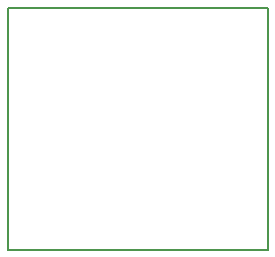
<source format=gbr>
%TF.GenerationSoftware,KiCad,Pcbnew,(6.0.6-0)*%
%TF.CreationDate,2022-08-17T23:57:47-07:00*%
%TF.ProjectId,invensense_icm,696e7665-6e73-4656-9e73-655f69636d2e,rev?*%
%TF.SameCoordinates,Original*%
%TF.FileFunction,Profile,NP*%
%FSLAX46Y46*%
G04 Gerber Fmt 4.6, Leading zero omitted, Abs format (unit mm)*
G04 Created by KiCad (PCBNEW (6.0.6-0)) date 2022-08-17 23:57:47*
%MOMM*%
%LPD*%
G01*
G04 APERTURE LIST*
%TA.AperFunction,Profile*%
%ADD10C,0.200000*%
%TD*%
G04 APERTURE END LIST*
D10*
X99500000Y-100000000D02*
X121500000Y-100000000D01*
X121500000Y-100000000D02*
X121500000Y-120500000D01*
X121500000Y-120500000D02*
X99500000Y-120500000D01*
X99500000Y-120500000D02*
X99500000Y-100000000D01*
M02*

</source>
